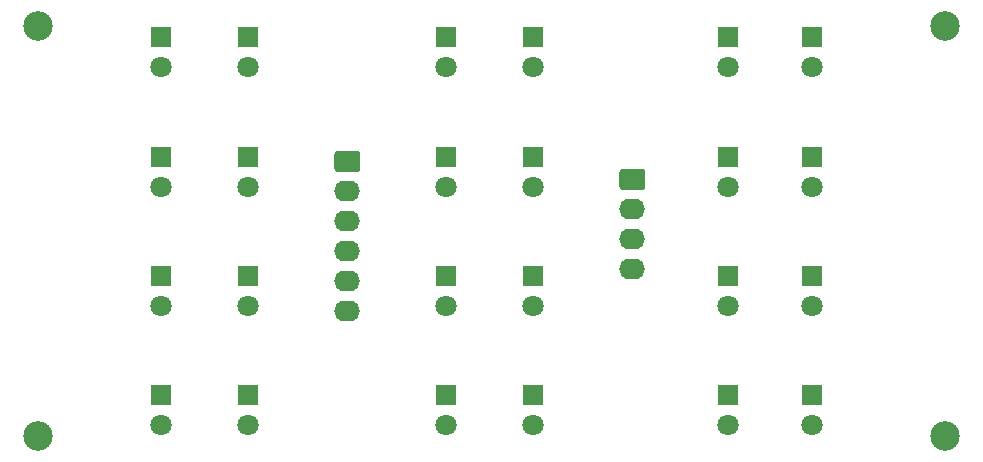
<source format=gbr>
G04 #@! TF.GenerationSoftware,KiCad,Pcbnew,(5.1.5-0-10_14)*
G04 #@! TF.CreationDate,2020-06-21T14:20:04+10:00*
G04 #@! TF.ProjectId,Caution_Light_Panel,43617574-696f-46e5-9f4c-696768745f50,rev?*
G04 #@! TF.SameCoordinates,Original*
G04 #@! TF.FileFunction,Soldermask,Top*
G04 #@! TF.FilePolarity,Negative*
%FSLAX46Y46*%
G04 Gerber Fmt 4.6, Leading zero omitted, Abs format (unit mm)*
G04 Created by KiCad (PCBNEW (5.1.5-0-10_14)) date 2020-06-21 14:20:04*
%MOMM*%
%LPD*%
G04 APERTURE LIST*
%ADD10O,2.200000X1.740000*%
%ADD11C,0.100000*%
%ADD12C,1.800000*%
%ADD13R,1.800000X1.800000*%
%ADD14C,2.500000*%
G04 APERTURE END LIST*
D10*
X135382000Y-96774000D03*
X135382000Y-94234000D03*
X135382000Y-91694000D03*
X135382000Y-89154000D03*
X135382000Y-86614000D03*
D11*
G36*
X136256505Y-83205204D02*
G01*
X136280773Y-83208804D01*
X136304572Y-83214765D01*
X136327671Y-83223030D01*
X136349850Y-83233520D01*
X136370893Y-83246132D01*
X136390599Y-83260747D01*
X136408777Y-83277223D01*
X136425253Y-83295401D01*
X136439868Y-83315107D01*
X136452480Y-83336150D01*
X136462970Y-83358329D01*
X136471235Y-83381428D01*
X136477196Y-83405227D01*
X136480796Y-83429495D01*
X136482000Y-83453999D01*
X136482000Y-84694001D01*
X136480796Y-84718505D01*
X136477196Y-84742773D01*
X136471235Y-84766572D01*
X136462970Y-84789671D01*
X136452480Y-84811850D01*
X136439868Y-84832893D01*
X136425253Y-84852599D01*
X136408777Y-84870777D01*
X136390599Y-84887253D01*
X136370893Y-84901868D01*
X136349850Y-84914480D01*
X136327671Y-84924970D01*
X136304572Y-84933235D01*
X136280773Y-84939196D01*
X136256505Y-84942796D01*
X136232001Y-84944000D01*
X134531999Y-84944000D01*
X134507495Y-84942796D01*
X134483227Y-84939196D01*
X134459428Y-84933235D01*
X134436329Y-84924970D01*
X134414150Y-84914480D01*
X134393107Y-84901868D01*
X134373401Y-84887253D01*
X134355223Y-84870777D01*
X134338747Y-84852599D01*
X134324132Y-84832893D01*
X134311520Y-84811850D01*
X134301030Y-84789671D01*
X134292765Y-84766572D01*
X134286804Y-84742773D01*
X134283204Y-84718505D01*
X134282000Y-84694001D01*
X134282000Y-83453999D01*
X134283204Y-83429495D01*
X134286804Y-83405227D01*
X134292765Y-83381428D01*
X134301030Y-83358329D01*
X134311520Y-83336150D01*
X134324132Y-83315107D01*
X134338747Y-83295401D01*
X134355223Y-83277223D01*
X134373401Y-83260747D01*
X134393107Y-83246132D01*
X134414150Y-83233520D01*
X134436329Y-83223030D01*
X134459428Y-83214765D01*
X134483227Y-83208804D01*
X134507495Y-83205204D01*
X134531999Y-83204000D01*
X136232001Y-83204000D01*
X136256505Y-83205204D01*
G37*
D10*
X159512000Y-93218000D03*
X159512000Y-90678000D03*
X159512000Y-88138000D03*
D11*
G36*
X160386505Y-84729204D02*
G01*
X160410773Y-84732804D01*
X160434572Y-84738765D01*
X160457671Y-84747030D01*
X160479850Y-84757520D01*
X160500893Y-84770132D01*
X160520599Y-84784747D01*
X160538777Y-84801223D01*
X160555253Y-84819401D01*
X160569868Y-84839107D01*
X160582480Y-84860150D01*
X160592970Y-84882329D01*
X160601235Y-84905428D01*
X160607196Y-84929227D01*
X160610796Y-84953495D01*
X160612000Y-84977999D01*
X160612000Y-86218001D01*
X160610796Y-86242505D01*
X160607196Y-86266773D01*
X160601235Y-86290572D01*
X160592970Y-86313671D01*
X160582480Y-86335850D01*
X160569868Y-86356893D01*
X160555253Y-86376599D01*
X160538777Y-86394777D01*
X160520599Y-86411253D01*
X160500893Y-86425868D01*
X160479850Y-86438480D01*
X160457671Y-86448970D01*
X160434572Y-86457235D01*
X160410773Y-86463196D01*
X160386505Y-86466796D01*
X160362001Y-86468000D01*
X158661999Y-86468000D01*
X158637495Y-86466796D01*
X158613227Y-86463196D01*
X158589428Y-86457235D01*
X158566329Y-86448970D01*
X158544150Y-86438480D01*
X158523107Y-86425868D01*
X158503401Y-86411253D01*
X158485223Y-86394777D01*
X158468747Y-86376599D01*
X158454132Y-86356893D01*
X158441520Y-86335850D01*
X158431030Y-86313671D01*
X158422765Y-86290572D01*
X158416804Y-86266773D01*
X158413204Y-86242505D01*
X158412000Y-86218001D01*
X158412000Y-84977999D01*
X158413204Y-84953495D01*
X158416804Y-84929227D01*
X158422765Y-84905428D01*
X158431030Y-84882329D01*
X158441520Y-84860150D01*
X158454132Y-84839107D01*
X158468747Y-84819401D01*
X158485223Y-84801223D01*
X158503401Y-84784747D01*
X158523107Y-84770132D01*
X158544150Y-84757520D01*
X158566329Y-84747030D01*
X158589428Y-84738765D01*
X158613227Y-84732804D01*
X158637495Y-84729204D01*
X158661999Y-84728000D01*
X160362001Y-84728000D01*
X160386505Y-84729204D01*
G37*
D12*
X174752000Y-106420000D03*
D13*
X174752000Y-103880000D03*
D12*
X174752000Y-96310400D03*
D13*
X174752000Y-93770400D03*
D12*
X174752000Y-86200400D03*
D13*
X174752000Y-83660400D03*
D12*
X174752000Y-76100400D03*
D13*
X174752000Y-73560400D03*
D12*
X167640000Y-106420000D03*
D13*
X167640000Y-103880000D03*
D12*
X167640000Y-96310400D03*
D13*
X167640000Y-93770400D03*
D12*
X167640000Y-86200400D03*
D13*
X167640000Y-83660400D03*
D12*
X167640000Y-76100400D03*
D13*
X167640000Y-73560400D03*
D12*
X151130000Y-106420000D03*
D13*
X151130000Y-103880000D03*
D12*
X151130000Y-96310400D03*
D13*
X151130000Y-93770400D03*
D12*
X151130000Y-86200400D03*
D13*
X151130000Y-83660400D03*
D12*
X151130000Y-76100400D03*
D13*
X151130000Y-73560400D03*
D12*
X143764000Y-106420000D03*
D13*
X143764000Y-103880000D03*
D12*
X143764000Y-96310400D03*
D13*
X143764000Y-93770400D03*
D12*
X143764000Y-86200400D03*
D13*
X143764000Y-83660400D03*
D12*
X143764000Y-76100400D03*
D13*
X143764000Y-73560400D03*
D12*
X127000000Y-106420000D03*
D13*
X127000000Y-103880000D03*
D12*
X127000000Y-96310400D03*
D13*
X127000000Y-93770400D03*
D12*
X127000000Y-86200400D03*
D13*
X127000000Y-83660400D03*
D12*
X127000000Y-76100400D03*
D13*
X127000000Y-73560400D03*
D12*
X119634000Y-106420000D03*
D13*
X119634000Y-103880000D03*
D12*
X119634000Y-96310400D03*
D13*
X119634000Y-93770400D03*
D12*
X119634000Y-86200400D03*
D13*
X119634000Y-83660400D03*
D12*
X119634000Y-76100400D03*
D13*
X119634000Y-73560400D03*
D14*
X109195000Y-72600400D03*
X185995000Y-72600400D03*
X109195000Y-107340000D03*
X185995000Y-107340000D03*
M02*

</source>
